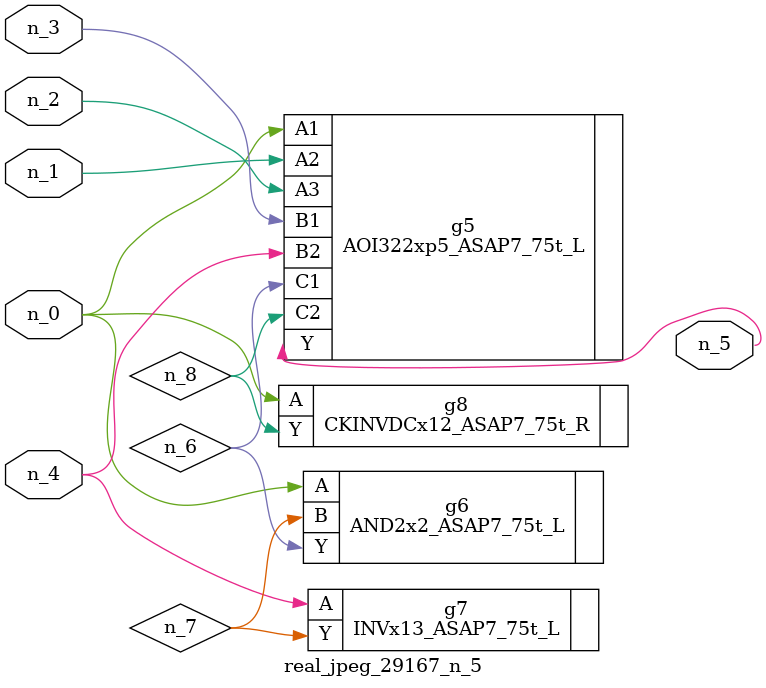
<source format=v>
module real_jpeg_29167_n_5 (n_4, n_0, n_1, n_2, n_3, n_5);

input n_4;
input n_0;
input n_1;
input n_2;
input n_3;

output n_5;

wire n_8;
wire n_6;
wire n_7;

AOI322xp5_ASAP7_75t_L g5 ( 
.A1(n_0),
.A2(n_1),
.A3(n_2),
.B1(n_3),
.B2(n_4),
.C1(n_6),
.C2(n_8),
.Y(n_5)
);

AND2x2_ASAP7_75t_L g6 ( 
.A(n_0),
.B(n_7),
.Y(n_6)
);

CKINVDCx12_ASAP7_75t_R g8 ( 
.A(n_0),
.Y(n_8)
);

INVx13_ASAP7_75t_L g7 ( 
.A(n_4),
.Y(n_7)
);


endmodule
</source>
